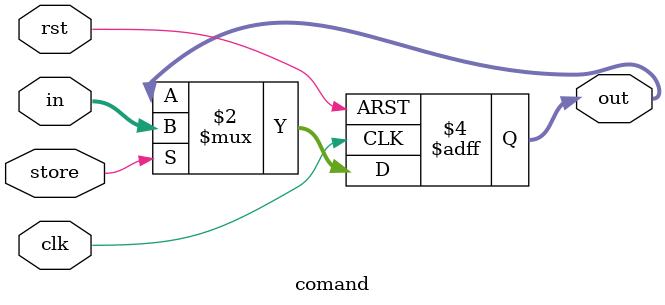
<source format=v>
module comand(input clk, input rst , input [31:0] in, input store, output reg [31:0] out);

always @(posedge clk or posedge rst)
	if(rst) out <= 0; 
	else if(store) out <= in;  

endmodule
</source>
